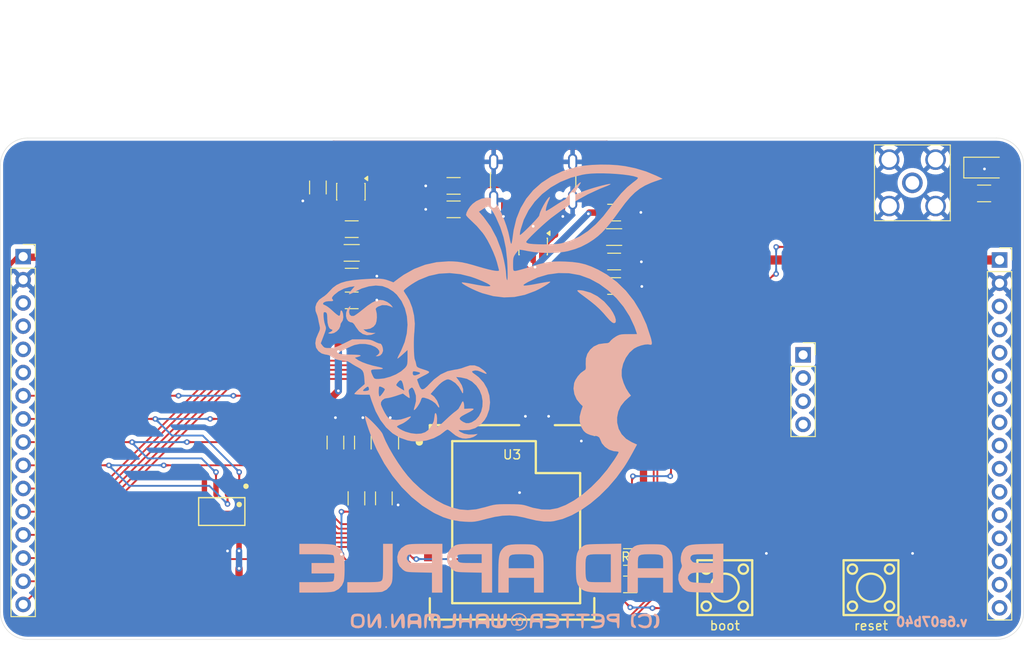
<source format=kicad_pcb>
(kicad_pcb (version 20241229) (generator "pcbnew") (generator_version "9.0")
  (layers (0 "F.Cu" signal) (2 "B.Cu" signal) (13 "F.Paste" user) (15 "B.Paste" user) (5 "F.SilkS" user "F.Silkscreen") (7 "B.SilkS" user "B.Silkscreen") (1 "F.Mask" user) (3 "B.Mask" user) (25 "Edge.Cuts" user))
  (net 0 "")
  (net 1 "GND")
  (net 2 "+3.3V")
  (net 3 "+5V")
  (net 6 "Net-(LED1-A)")
  (net 9 "Net-(U2-BST)")
  (net 10 "Net-(U2-SW)")
  (net 15 "Net-(U3-EN)")
  (net 16 "/SPI_MOSI")
  (net 17 "/SPI_SCK")
  (net 18 "/USB_D+")
  (net 19 "Net-(J4-D+-PadA6)")
  (net 20 "/SPI_MISO")
  (net 21 "/TEMP_CS")
  (net 33 "/LCD_DC")
  (net 34 "/TP_IRQ")
  (net 35 "/TP_CS")
  (net 36 "/LCD_RST")
  (net 37 "/LCD_BL")
  (net 38 "/JOYSTICK")
  (net 44 "Net-(U3-IO27)")
  (net 45 "Net-(U3-IO28)")
  (net 46 "/LCD_CS")
  (net 62 "Net-(J4-CC2)")
  (net 63 "Net-(J4-D--PadA7)")
  (net 64 "Net-(J4-CC1)")
  (net 65 "Net-(C1-Pad1)")
  (net 66 "/USB_D-")
  (footprint "Connector_USB:USB_C_Receptacle_GCT_USB4105-xx-A_16P_TopMnt_Horizontal" (layer "F.Cu") (at 141.88545 195.7 180)
    (property "Reference" "J4" (hide yes))
    (property "Value" "USB_C_Receptacle_USB2.0_16P" (hide yes))
  )
  (footprint "easyeda2kicad:COMM-SMD_32P-L21.2-W18.0_ESP32-C5-WROOM-1U" (layer "F.Cu") (at 139.58 232.76)
    (property "Reference" "U3")
    (property "Value" "ESP32-C5-WROOM-1U-N8-R4" (hide yes))
  )
  (footprint "Inductor_SMD:L_1206_3216Metric" (layer "F.Cu") (at 122.03 204.5925 180)
    (property "Reference" "L2" (hide yes))
    (property "Value" "4.7uH" (hide yes))
  )
  (footprint "Capacitor_SMD:C_1206_3216Metric" (layer "F.Cu") (at 150.75 200.18)
    (property "Reference" "C1" (hide yes))
    (property "Value" "10nF" (hide yes))
  )
  (footprint "Resistor_SMD:R_1206_3216Metric_Pad1.30x1.75mm_HandSolder" (layer "F.Cu") (at 133.18 199.82455 180)
    (property "Reference" "R2" (hide yes))
    (property "Value" "5.1k" (hide yes))
  )
  (footprint "Resistor_SMD:R_1206_3216Metric" (layer "F.Cu") (at 122.549 231.475 90)
    (property "Reference" "R7" (hide yes))
    (property "Value" "10k" (hide yes))
  )
  (footprint "Capacitor_SMD:C_1206_3216Metric" (layer "F.Cu") (at 118.33 197.43 90)
    (property "Reference" "C4" (hide yes))
    (property "Value" "10uF" (hide yes))
  )
  (footprint "Resistor_SMD:R_1206_3216Metric" (layer "F.Cu") (at 191.24 198.08 180)
    (property "Reference" "R4")
    (property "Value" "2.2k" (hide yes))
  )
  (footprint "Capacitor_SMD:C_1206_3216Metric" (layer "F.Cu") (at 125.549 231.475 -90)
    (property "Reference" "C12" (hide yes))
    (property "Value" "1uF" (hide yes))
  )
  (footprint "Inductor_SMD:L_1206_3216Metric" (layer "F.Cu") (at 150.75 202.86)
    (property "Reference" "L1" (hide yes))
    (property "Value" "CBW321609U601T" (hide yes))
  )
  (footprint "Capacitor_SMD:C_1206_3216Metric" (layer "F.Cu") (at 120.25 225.365 -90)
    (property "Reference" "C13" (hide yes))
    (property "Value" "10uF" (hide yes))
  )
  (footprint "easyeda2kicad:SW-SMD_4P-L6.0-W6.0-P4.50-LS9.0-2" (layer "F.Cu") (at 178.86 241.257)
    (property "Reference" "SW2" (hide yes))
    (property "Value" "reset")
  )
  (footprint "Connector_PinSocket_2.54mm:PinSocket_1x04_P2.54mm_Vertical" (layer "F.Cu") (at 171.43 215.7612)
    (property "Reference" "J3" (hide yes))
    (property "Value" "Conn_01x04_Socket" (hide yes))
  )
  (footprint "Capacitor_SMD:C_1206_3216Metric" (layer "F.Cu") (at 126.25 225.365 -90)
    (property "Reference" "C8" (hide yes))
    (property "Value" "100nF" (hide yes))
  )
  (footprint "Capacitor_SMD:C_1206_3216Metric" (layer "F.Cu") (at 122.03 207.1925 180)
    (property "Reference" "C6" (hide yes))
    (property "Value" "22uF" (hide yes))
  )
  (footprint "Capacitor_SMD:C_1206_3216Metric" (layer "F.Cu") (at 150.75 208.22)
    (property "Reference" "C3" (hide yes))
    (property "Value" "4.7uF" (hide yes))
  )
  (footprint "easyeda2kicad:SOIC-8_L4.9-W3.9-P1.27-LS6.0-BL" (layer "F.Cu") (at 107.81 232.92 180)
    (property "Reference" "U1" (hide yes))
    (property "Value" "ADT7310TRZ" (hide yes))
  )
  (footprint "Connector_PinSocket_2.54mm:PinSocket_1x16_P2.54mm_Vertical" (layer "F.Cu") (at 192.93 205.3712)
    (property "Reference" "J2" (hide yes))
    (property "Value" "Conn_01x16_Socket" (hide yes))
  )
  (footprint "Package_TO_SOT_SMD:SOT-23-6" (layer "F.Cu") (at 141.88795 203.89455 -90)
    (property "Reference" "TVS1" (hide yes))
    (property "Value" "TVS" (hide yes))
  )
  (footprint "Capacitor_SMD:C_1206_3216Metric" (layer "F.Cu") (at 123.25 225.365 -90)
    (property "Reference" "C9" (hide yes))
    (property "Value" "1uF" (hide yes))
  )
  (footprint "Connector_Coaxial:SMA_Amphenol_132203-12_Horizontal" (layer "F.Cu") (at 183.39 196.9212)
    (property "Reference" "J5" (hide yes))
    (property "Value" "KH-IPEXA-SMAKWE-B080H" (hide yes))
  )
  (footprint "Package_TO_SOT_SMD:TSOT-23-6" (layer "F.Cu") (at 121.94 197.8925 -90)
    (property "Reference" "U2" (hide yes))
    (property "Value" "AP63203WU" (hide yes))
  )
  (footprint "Capacitor_SMD:C_1206_3216Metric" (layer "F.Cu") (at 150.75 205.54)
    (property "Reference" "C2" (hide yes))
    (property "Value" "100nF" (hide yes))
  )
  (footprint "LED_SMD:LED_1206_3216Metric" (layer "F.Cu") (at 191.3 195.25)
    (property "Reference" "LED1" (hide yes))
    (property "Value" "ST" (hide yes))
  )
  (footprint "Connector_PinSocket_2.54mm:PinSocket_1x16_P2.54mm_Vertical" (layer "F.Cu") (at 86.0762 204.9976)
    (property "Reference" "J1" (hide yes))
    (property "Value" "Conn_01x16_Socket" (hide yes))
  )
  (footprint "Capacitor_SMD:C_1206_3216Metric" (layer "F.Cu") (at 122.03 201.9925)
    (property "Reference" "C5" (hide yes))
    (property "Value" "100nF" (hide yes))
  )
  (footprint "Resistor_SMD:R_1206_3216Metric" (layer "F.Cu") (at 152.5 237.9)
    (property "Reference" "R3")
    (property "Value" "10k" (hide yes))
  )
  (footprint "Capacitor_SMD:C_1206_3216Metric" (layer "F.Cu") (at 122.03 209.7925 180)
    (property "Reference" "C7" (hide yes))
    (property "Value" "22uF" (hide yes))
  )
  (footprint "Resistor_SMD:R_1206_3216Metric" (layer "F.Cu") (at 152.5 240.9)
    (property "Reference" "R5" (hide yes))
    (property "Value" "10k" (hide yes))
  )
  (footprint "easyeda2kicad:SW-SMD_4P-L6.0-W6.0-P4.50-LS9.0-2" (layer "F.Cu") (at 162.86 241.257)
    (property "Reference" "SW1" (hide yes))
    (property "Value" "boot")
  )
  (footprint "Resistor_SMD:R_1206_3216Metric_Pad1.30x1.75mm_HandSolder" (layer "F.Cu") (at 133.18 197.25455 180)
    (property "Reference" "R1" (hide yes))
    (property "Value" "5.1k" (hide yes))
  )
  (footprint "PWA:BadApple_52x52" (layer "B.Cu") (at 140.216165 220.556045 180)
    (property "Reference" "G***" (hide yes))
    (property "Value" "LOGO" (hide yes))
  )
  (gr_arc (start 86.57996 246.92989) (mid 84.45866 246.051202) (end 83.57996 243.92989) (stroke (width 0.05)) (layer "Edge.Cuts"))
  (gr_arc (start 192.579982 192.009839) (mid 194.701302 192.888519) (end 195.579982 195.009839) (stroke (width 0.05)) (layer "Edge.Cuts"))
  (gr_arc (start 195.579982 243.929845) (mid 194.701309 246.051173) (end 192.579982 246.929845) (stroke (width 0.05)) (layer "Edge.Cuts"))
  (gr_line (start 83.57998 243.929872) (end 83.57998 195.00987) (stroke (width 0.05)) (layer "Edge.Cuts"))
  (gr_line (start 86.58 192.00984) (end 192.58 192.00984) (stroke (width 0.05)) (layer "Edge.Cuts"))
  (gr_arc (start 83.576159 195.009867) (mid 84.454841 192.888545) (end 86.576159 192.009867) (stroke (width 0.05)) (layer "Edge.Cuts"))
  (gr_line (start 195.579981 243.929845) (end 195.579981 195.00984) (stroke (width 0.05)) (layer "Edge.Cuts"))
  (gr_line (start 86.57998 246.929845) (end 192.572255 246.929845) (stroke (width 0.05)) (layer "Edge.Cuts"))
  (gr_text "v.6e07b40" (at 189.55 245.6 0) (layer "B.SilkS") (effects (font (size 1 1) (thickness 0.25) (bold yes)) (justify left bottom mirror)))
  (segment (start 138.63545 200.6) (end 138.63545 199.94955) (width 0.5) (layer "F.Cu") (net 1))
  (segment (start 147.16 225.2) (end 148.46 225.2) (width 0.8) (layer "F.Cu") (net 1))
  (segment (start 108.44 237.24) (end 108.44 235.49) (width 0.5) (layer "F.Cu") (net 1))
  (segment (start 142.11 235.51) (end 142.11 233.81) (width 1) (layer "F.Cu") (net 1))
  (segment (start 129.51 225.22) (end 128.18 223.89) (width 0.7) (layer "F.Cu") (net 1))
  (segment (start 130.13 197.25455) (end 131.63 197.25455) (width 0.6) (layer "F.Cu") (net 1))
  (segment (start 130.13 199.82455) (end 131.63 199.82455) (width 0.6) (layer "F.Cu") (net 1))
  (segment (start 143.58 222.49) (end 143.58 223.79) (width 0.8) (layer "F.Cu") (net 1))
  (segment (start 142.11 235.51) (end 142.11 232.11) (width 1) (layer "F.Cu") (net 1))
  (segment (start 153.78 208.27) (end 152.28 208.27) (width 0.7) (layer "F.Cu") (net 1))
  (segment (start 123.505 209.7925) (end 124.7475 209.7925) (width 0.7) (layer "F.Cu") (net 1))
  (segment (start 123.25 223.89) (end 123.25 222.64) (width 0.7) (layer "F.Cu") (net 1))
  (segment (start 153.73 205.57) (end 152.23 205.57) (width 0.7) (layer "F.Cu") (net 1))
  (segment (start 124.7275 207.1925) (end 124.78 207.14) (width 0.2) (layer "F.Cu") (net 1))
  (segment (start 127.11 232.2) (end 126.358 232.952) (width 0.7) (layer "F.Cu") (net 1))
  (segment (start 140.4 230.85) (end 140.4 232.1) (width 1) (layer "F.Cu") (net 1))
  (segment (start 141.04 223.79) (end 141.04 222.49) (width 0.8) (layer "F.Cu") (net 1))
  (segment (start 138.71 235.51) (end 140.41 235.51) (width 1) (layer "F.Cu") (net 1))
  (segment (start 124.7475 209.7925) (end 124.78 209.76) (width 0.2) (layer "F.Cu") (net 1))
  (segment (start 140.41 232.11) (end 140.41 235.51) (width 1) (layer "F.Cu") (net 1))
  (segment (start 120.25 222.63) (end 120.25 223.89) (width 0.7) (layer "F.Cu") (net 1))
  (segment (start 183.41 239.007) (end 183.41 237.507) (width 0.8) (layer "F.Cu") (net 1))
  (segment (start 126.25 223.89) (end 126.25 222.64) (width 0.7) (layer "F.Cu") (net 1))
  (segment (start 118.33 198.905) (end 116.685 198.905) (width 0.7) (layer "F.Cu") (net 1))
  (segment (start 167.41 239.007) (end 167.41 237.507) (width 0.8) (layer "F.Cu") (net 1))
  (segment (start 138.71 233.81) (end 142.11 233.81) (width 1) (layer "F.Cu") (net 1))
  (segment (start 138.71 235.51) (end 142.11 235.51) (width 1) (layer "F.Cu") (net 1))
  (segment (start 116.685 198.905) (end 116.68 198.9) (width 0.2) (layer "F.Cu") (net 1))
  (segment (start 123.505 207.1925) (end 124.7275 207.1925) (width 0.7) (layer "F.Cu") (net 1))
  (segment (start 153.65455 200.18) (end 152.225 200.18) (width 0.7) (layer "F.Cu") (net 1))
  (segment (start 130.32 225.22) (end 129.51 225.22) (width 0.7) (layer "F.Cu") (net 1))
  (segment (start 142.11 232.11) (end 138.71 232.11) (width 1) (layer "F.Cu") (net 1))
  (segment (start 153.67455 200.16) (end 153.65455 200.18) (width 0.7) (layer "F.Cu") (net 1))
  (segment (start 118.343 198.892) (end 120.852 198.892) (width 0.8) (layer "F.Cu") (net 1))
  (segment (start 140.41 233.81) (end 140.41 235.51) (width 1) (layer "F.Cu") (net 1))
  (segment (start 141.88795 201.67455) (end 141.88795 202.74455) (width 0.6) (layer "F.Cu") (net 1))
  (segment (start 128.18 223.89) (end 126.25 223.89) (width 0.7) (layer "F.Cu") (net 1))
  (segment (start 145.13545 200.6) (end 145.13545 199.94955) (width 0.5) (layer "F.Cu") (net 1))
  (segment (start 191.28 195.4) (end 192.54 195.4) (width 0.2) (layer "F.Cu") (net 1))
  (segment (start 138.71 232.11) (end 138.71 235.51) (width 1) (layer "F.Cu") (net 1))
  (segment (start 138.71 233.81) (end 140.41 233.81) (width 1) (layer "F.Cu") (net 1))
  (via (at 130.13 197.25455) (size 0.6) (drill 0.3) (layers "F.Cu" "B.Cu") (net 1))
  (via (at 138.63545 200.6) (size 0.6) (drill 0.3) (layers "F.Cu" "B.Cu") (net 1))
  (via (at 120.25 222.64) (size 0.6) (drill 0.3) (layers "F.Cu" "B.Cu") (net 1))
  (via (at 124.78 207.14) (size 0.6) (drill 0.3) (layers "F.Cu" "B.Cu") (net 1))
  (via (at 147.16 225.2) (size 0.6) (drill 0.3) (layers "F.Cu" "B.Cu") (net 1))
  (via (at 153.73 205.57) (size 0.6) (drill 0.3) (layers "F.Cu" "B.Cu") (net 1))
  (via (at 124.78 209.76) (size 0.6) (drill 0.3) (layers "F.Cu" "B.Cu") (net 1))
  (via (at 116.68 198.9) (size 0.6) (drill 0.3) (layers "F.Cu" "B.Cu") (net 1))
  (via (at 126.25 222.64) (size 0.6) (drill 0.3) (layers "F.Cu" "B.Cu") (net 1))
  (via (at 130.13 199.82455) (size 0.6) (drill 0.3) (layers "F.Cu" "B.Cu") (net 1))
  (via (at 145.13545 200.6) (size 0.6) (drill 0.3) (layers "F.Cu" "B.Cu") (net 1))
  (via (at 143.58 222.49) (size 0.6) (drill 0.3) (layers "F.Cu" "B.Cu") (net 1))
  (via (at 167.41 237.507) (size 0.6) (drill 0.3) (layers "F.Cu" "B.Cu") (net 1))
  (via (at 140.4 230.85) (size 0.6) (drill 0.3) (layers "F.Cu" "B.Cu") (net 1))
  (via (at 123.25 222.64) (size 0.6) (drill 0.3) (layers "F.Cu" "B.Cu") (net 1))
  (via (at 141.04 222.49) (size 0.6) (drill 0.3) (layers "F.Cu" "B.Cu") (net 1))
  (via (at 127.11 232.2) (size 0.6) (drill 0.3) (layers "F.Cu" "B.Cu") (net 1))
  (via (at 153.78 208.27) (size 0.6) (drill 0.3) (layers "F.Cu" "B.Cu") (net 1))
  (via (at 108.44 237.24) (size 0.6) (drill 0.3) (layers "F.Cu" "B.Cu") (net 1))
  (via (at 153.67455 200.16) (size 0.6) (drill 0.3) (layers "F.Cu" "B.Cu") (net 1))
  (via (at 191.28 195.4) (size 0.6) (drill 0.3) (layers "F.Cu" "B.Cu") (net 1))
  (via (at 183.41 237.507) (size 0.6) (drill 0.3) (layers "F.Cu" "B.Cu") (net 1))
  (via (at 141.88795 201.67455) (size 0.6) (drill 0.3) (layers "F.Cu" "B.Cu") (net 1))
  (segment (start 118.15 222.3) (end 118.15 222.12) (width 0.2) (layer "F.Cu") (net 2))
  (segment (start 123.505 196.755) (end 124.68 197.93) (width 0.6) (layer "F.Cu") (net 2))
  (segment (start 124.68 203.5175) (end 123.605 204.5925) (width 0.7) (layer "F.Cu") (net 2))
  (segment (start 118.4825 212.06) (end 118.3525 211.93) (width 0.8) (layer "F.Cu") (net 2))
  (segment (start 120.555 215.385) (end 120.555 209.31) (width 0.8) (layer "F.Cu") (net 2))
  (segment (start 126.25 226.84) (end 123.25 226.84) (width 0.7) (layer "F.Cu") (net 2))
  (segment (start 123.25 226.84) (end 120.25 226.84) (width 0.7) (layer "F.Cu") (net 2))
  (segment (start 123.605 204.5925) (end 123.155 204.5925) (width 0.7) (layer "F.Cu") (net 2))
  (segment (start 105.87 246.1) (end 87.23 246.1) (width 0.8) (layer "F.Cu") (net 2))
  (segment (start 109.7 237.22) (end 109.7 235.51) (width 0.6) (layer "F.Cu") (net 2))
  (segment (start 120.57 215.4) (end 120.555 215.385) (width 0.8) (layer "F.Cu") (net 2))
  (segment (start 84.32 244.52) (end 85.9 246.1) (width 0.5) (layer "F.Cu") (net 2))
  (segment (start 118.15 228.3125) (end 119.85 230.0125) (width 0.8) (layer "F.Cu") (net 2))
  (segment (start 153.9625 220.8625) (end 145.16 212.06) (width 0.8) (layer "F.Cu") (net 2))
  (segment (start 118.15 222.12) (end 120.57 219.7) (width 0.8) (layer "F.Cu") (net 2))
  (segment (start 118.3525 211.93) (end 111.49 205.0675) (width 0.8) (layer "F.Cu") (net 2))
  (segment (start 122.89 196.755) (end 123.505 196.755) (width 0.6) (layer "F.Cu") (net 2))
  (segment (start 153.9625 237.9) (end 153.9625 220.8625) (width 0.8) (layer "F.Cu") (net 2))
  (segment (start 111.49 205.0675) (end 86.1461 205.0675) (width 0.8) (layer "F.Cu") (net 2))
  (segment (start 85.9 246.1) (end 87.23 246.1) (width 0.6) (layer "F.Cu") (net 2))
  (segment (start 120.555 207.1925) (end 120.555 209.7925) (width 0.7) (layer "F.Cu") (net 2))
  (segment (start 120.25 226.84) (end 118.27 226.84) (width 0.7) (layer "F.Cu") (net 2))
  (segment (start 109.7 242.27) (end 109.7 239.15) (width 0.8) (layer "F.Cu") (net 2))
  (segment (start 128.56 226.49) (end 128.4 226.65) (width 0.7) (layer "F.Cu") (net 2))
  (segment (start 109.7 242.27) (end 105.87 246.1) (width 0.8) (layer "F.Cu") (net 2))
  (segment (start 153.9625 237.9) (end 153.9625 240.9) (width 0.8) (layer "F.Cu") (net 2))
  (segment (start 118.15 226.72) (end 118.15 228.3125) (width 0.8) (layer "F.Cu") (net 2))
  (segment (start 124.68 197.93) (end 124.68 203.5175) (width 0.7) (layer "F.Cu") (net 2))
  (segment (start 123.155 204.5925) (end 120.555 207.1925) (width 0.7) (layer "F.Cu") (net 2))
  (segment (start 130.7 226.49) (end 128.56 226.49) (width 0.7) (layer "F.Cu") (net 2))
  (segment (start 128.4 226.65) (end 128.4 226.73) (width 0.7) (layer "F.Cu") (net 2))
  (segment (start 145.16 212.06) (end 118.4825 212.06) (width 0.8) (layer "F.Cu") (net 2))
  (segment (start 84.32 206.18) (end 84.32 244.52) (width 0.5) (layer "F.Cu") (net 2))
  (segment (start 118.15 222.3) (end 118.15 226.72) (width 0.8) (layer "F.Cu") (net 2))
  (segment (start 118.15 222.07) (end 118.15 222.3) (width 0.2) (layer "F.Cu") (net 2))
  (segment (start 118.27 226.84) (end 118.15 226.72) (width 0.8) (layer "F.Cu") (net 2))
  (segment (start 119.85 230.0125) (end 122.549 230.0125) (width 0.8) (layer "F.Cu") (net 2))
  (segment (start 128.29 226.84) (end 126.25 226.84) (width 0.7) (layer "F.Cu") (net 2))
  (segment (start 128.4 226.73) (end 128.29 226.84) (width 0.7) (layer "F.Cu") (net 2))
  (segment (start 85.5024 204.9976) (end 84.32 206.18) (width 0.5) (layer "F.Cu") (net 2))
  (via (at 109.7 237.22) (size 0.6) (drill 0.3) (layers "F.Cu" "B.Cu") (net 2))
  (via (at 120.57 215.4) (size 0.6) (drill 0.3) (layers "F.Cu" "B.Cu") (net 2))
  (via (at 120.57 219.7) (size 0.6) (drill 0.3) (layers "F.Cu" "B.Cu") (net 2))
  (via (at 109.7 239.15) (size 0.6) (drill 0.3) (layers "F.Cu" "B.Cu") (net 2))
  (segment (start 120.57 215.4) (end 120.57 219.7) (width 0.8) (layer "B.Cu") (net 2))
  (segment (start 109.7 239.15) (end 109.7 237.22) (width 0.7) (layer "B.Cu") (net 2))
  (segment (start 149.76955 205.47) (end 149.275 205.47) (width 0.2) (layer "F.Cu") (net 3))
  (segment (start 152.325 202.86) (end 149.645 205.54) (width 0.7) (layer "F.Cu") (net 3))
  (segment (start 118.33 195.955) (end 118.33 194.54) (width 1) (layer "F.Cu") (net 3))
  (segment (start 154.56 210) (end 151.055 210) (width 1) (layer "F.Cu") (net 3))
  (segment (start 155.27 198.14) (end 155.27 209.29) (width 1) (layer "F.Cu") (net 3))
  (segment (start 151.055 210) (end 149.275 208.22) (width 0.7) (layer "F.Cu") (net 3))
  (segment (start 119.13 196.755) (end 118.33 195.955) (width 0.8) (layer "F.Cu") (net 3))
  (segment (start 120.05916 192.81084) (end 149.94084 192.81084) (width 1) (layer "F.Cu") (net 3))
  (segment (start 149.645 205.54) (end 149.275 205.54) (width 0.2) (layer "F.Cu") (net 3))
  (segment (start 149.94084 192.81084) (end 155.27 198.14) (width 1) (layer "F.Cu") (net 3))
  (segment (start 155.27 209.29) (end 154.56 210) (width 1) (layer "F.Cu") (net 3))
  (segment (start 121.94 196.755) (end 120.99 196.755) (width 0.8) (layer "F.Cu") (net 3))
  (segment (start 120.99 196.755) (end 119.13 196.755) (width 0.8) (layer "F.Cu") (net 3))
  (segment (start 118.33 194.54) (end 120.05916 192.81084) (width 1) (layer "F.Cu") (net 3))
  (segment (start 155.391 205.371) (end 192.93 205.371) (width 1) (layer "F.Cu") (net 3))
  (segment (start 189.7775 198.08) (end 189.7775 195.3725) (width 0.2) (layer "F.Cu") (net 6))
  (segment (start 122.89 201.3775) (end 123.505 201.9925) (width 0.7) (layer "F.Cu") (net 9))
  (segment (start 122.89 199.03) (end 122.89 201.3775) (width 0.7) (layer "F.Cu") (net 9))
  (segment (start 120.555 204.4925) (end 120.455 204.5925) (width 0.7) (layer "F.Cu") (net 10))
  (segment (start 121.94 200.6075) (end 120.555 201.9925) (width 0.7) (layer "F.Cu") (net 10))
  (segment (start 120.555 204.05) (end 120.505 204.1) (width 0.2) (layer "F.Cu") (net 10))
  (segment (start 120.555 201.9925) (end 120.555 204.4925) (width 0.7) (layer "F.Cu") (net 10))
  (segment (start 121.94 199.03) (end 121.94 200.6075) (width 0.7) (layer "F.Cu") (net 10))
  (segment (start 173.280346 246.269654) (end 174.31 245.24) (width 0.2) (layer "F.Cu") (net 15))
  (segment (start 127.33 230) (end 125.549 230) (width 0.2) (layer "F.Cu") (net 15))
  (segment (start 124.56 230) (end 125.4865 230) (width 0.2) (layer "F.Cu") (net 15))
  (segment (start 174.31 245.24) (end 174.31 243.507) (width 0.2) (layer "F.Cu") (net 15))
  (segment (start 120.91 237.71) (end 129.469654 246.269654) (width 0.2) (layer "F.Cu") (net 15))
  (segment (start 122.549 232.9375) (end 122.549 232.011) (width 0.2) (layer "F.Cu") (net 15))
  (segment (start 129.57 227.76) (end 127.33 230) (width 0.2) (layer "F.Cu") (net 15))
  (segment (start 122.549 232.9375) (end 120.9 232.9375) (width 0.2) (layer "F.Cu") (net 15))
  (segment (start 130.7 227.76) (end 129.57 227.76) (width 0.2) (layer "F.Cu") (net 15))
  (segment (start 120.91 237.6) (end 120.91 237.71) (width 0.2) (layer "F.Cu") (net 15))
  (segment (start 122.549 232.011) (end 124.56 230) (width 0.2) (layer "F.Cu") (net 15))
  (segment (start 129.469654 246.269654) (end 173.280346 246.269654) (width 0.2) (layer "F.Cu") (net 15))
  (via (at 120.9 232.9375) (size 0.6) (drill 0.3) (layers "F.Cu" "B.Cu") (net 15))
  (via (at 120.91 237.6) (size 0.6) (drill 0.3) (layers "F.Cu" "B.Cu") (net 15))
  (segment (start 120.91 237.7) (end 120.91 233.01) (width 0.2) (layer "B.Cu") (net 15))
  (segment (start 120.91 233.01) (end 120.9 233) (width 0.2) (layer "B.Cu") (net 15))
  (segment (start 107.18 228.6) (end 107.18 228.48) (width 0.2) (layer "F.Cu") (net 16))
  (segment (start 97.9962 225.3176) (end 86.0762 225.3176) (width 0.2) (layer "F.Cu") (net 16))
  (segment (start 103.9962 225.3176) (end 110.409079 225.3176) (width 0.2) (layer "F.Cu") (net 16))
  (segment (start 129.75 232.84) (end 130.7 232.84) (width 0.2) (layer "F.Cu") (net 16))
  (segment (start 127.289 235.301) (end 129.75 232.84) (width 0.2) (layer "F.Cu") (net 16))
  (segment (start 107.18 230.35) (end 107.18 228.6) (width 0.2) (layer "F.Cu") (net 16))
  (segment (start 120.392479 235.301) (end 127.289 235.301) (width 0.2) (layer "F.Cu") (net 16))
  (segment (start 104.0176 225.3176) (end 103.9962 225.3176) (width 0.2) (layer "F.Cu") (net 16))
  (segment (start 110.409079 225.3176) (end 120.392479 235.301) (width 0.2) (layer "F.Cu") (net 16))
  (via (at 107.18 228.6) (size 0.6) (drill 0.3) (layers "F.Cu" "B.Cu") (net 16))
  (via (at 103.9962 225.3176) (size 0.6) (drill 0.3) (layers "F.Cu" "B.Cu") (net 16))
  (via (at 97.9962 225.3176) (size 0.6) (drill 0.3) (layers "F.Cu" "B.Cu") (net 16))
  (segment (start 107.1 228.6) (end 105.6 227.1) (width 0.2) (layer "B.Cu") (net 16))
  (segment (start 103.9962 225.3176) (end 97.9962 225.3176) (width 0.2) (layer "B.Cu") (net 16))
  (segment (start 107.18 228.6) (end 107.18 228.5014) (width 0.2) (layer "B.Cu") (net 16))
  (segment (start 99.7 227.1) (end 97.9962 225.3962) (width 0.2) (layer "B.Cu") (net 16))
  (segment (start 107.18 228.6) (end 107.1 228.6) (width 0.2) (layer "B.Cu") (net 16))
  (segment (start 97.9962 225.3962) (end 97.9962 225.3176) (width 0.2) (layer "B.Cu") (net 16))
  (segment (start 105.6 227.1) (end 99.7 227.1) (width 0.2) (layer "B.Cu") (net 16))
  (segment (start 100.5362 222.7776) (end 86.0762 222.7776) (width 0.2) (layer "F.Cu") (net 17))
  (segment (start 130.13 231.57) (end 130.7 231.57) (width 0.2) (layer "F.Cu") (net 17))
  (segment (start 111.3776 222.7776) (end 116.1 227.5) (width 0.2) (layer "F.Cu") (net 17))
  (segment (start 116.1 227.5) (end 116.1 230.300234) (width 0.2) (layer "F.Cu") (net 17))
  (segment (start 106.6776 222.7776) (end 111.3776 222.7776) (width 0.2) (layer "F.Cu") (net 17))
  (segment (start 120.599766 234.8) (end 126.9 234.8) (width 0.2) (layer "F.Cu") (net 17))
  (segment (start 126.9 234.8) (end 130.13 231.57) (width 0.2) (layer "F.Cu") (net 17))
  (segment (start 116.1 230.300234) (end 120.599766 234.8) (width 0.2) (layer "F.Cu") (net 17))
  (segment (start 109.72 230.35) (end 109.72 228.6) (width 0.2) (layer "F.Cu") (net 17))
  (via (at 106.5362 222.7776) (size 0.6) (drill 0.3) (layers "F.Cu" "B.Cu") (net 17))
  (via (at 100.5362 222.7776) (size 0.6) (drill 0.3) (layers "F.Cu" "B.Cu") (net 17))
  (via (at 109.72 228.6) (size 0.6) (drill 0.3) (layers "F.Cu" "B.Cu") (net 17))
  (segment (start 105.72 224.6) (end 109.72 228.6) (width 0.2) (layer "B.Cu") (net 17))
  (segment (start 106.5362 222.7776) (end 100.5362 222.7776) (width 0.2) (layer "B.Cu") (net 17))
  (segment (start 100.5362 222.7776) (end 102.3586 224.6) (width 0.2) (layer "B.Cu") (net 17))
  (segment (start 102.3586 224.6) (end 105.72 224.6) (width 0.2) (layer "B.Cu") (net 17))
  (segment (start 140.9 205.353756) (end 140.93795 205.315806) (width 0.2) (layer "F.Cu") (net 18))
  (segment (start 131.06 240.46) (end 135.34 244.74) (width 0.2) (layer "F.Cu") (net 18))
  (segment (start 155.08 241.787156) (end 155.08 219.1866) (width 0.2) (layer "F.Cu") (net 18))
  (segment (start 155.08 219.1866) (end 142.6334 206.74) (width 0.2) (layer "F.Cu") (net 18))
  (segment (start 130.7 240.46) (end 131.06 240.46) (width 0.2) (layer "F.Cu") (net 18))
  (segment (start 141.84 206.74) (end 140.9 205.8) (width 0.2) (layer "F.Cu") (net 18))
  (segment (start 142.6334 206.74) (end 141.84 206.74) (width 0.2) (layer "F.Cu") (net 18))
  (segment (start 140.93795 205.315806) (end 140.93795 205.03205) (width 0.2) (layer "F.Cu") (net 18))
  (segment (start 135.34 244.74) (end 152.127156 244.74) (width 0.2) (layer "F.Cu") (net 18))
  (segment (start 140.9 205.8) (end 140.9 205.353756) (width 0.2) (layer "F.Cu") (net 18))
  (segment (start 152.127156 244.74) (end 155.08 241.787156) (width 0.2) (layer "F.Cu") (net 18))
  (segment (start 141.386451 200.206) (end 141.13545 199.954999) (width 0.2) (layer "F.Cu") (net 19))
  (segment (start 141.13545 199.58455) (end 141.13545 202.55955) (width 0.2) (layer "F.Cu") (net 19))
  (segment (start 142.13545 199.38) (end 142.13545 199.918112) (width 0.2) (layer "F.Cu") (net 19))
  (segment (start 141.13545 202.55955) (end 140.93795 202.75705) (width 0.2) (layer "F.Cu") (net 19))
  (segment (start 142.13545 199.918112) (end 141.847562 200.206) (width 0.2) (layer "F.Cu") (net 19))
  (segment (start 141.13545 200.122662) (end 141.13545 199.58455) (width 0.2) (layer "F.Cu") (net 19))
  (segment (start 141.13545 199.954999) (end 141.13545 199.38) (width 0.2) (layer "F.Cu") (net 19))
  (segment (start 141.847562 200.206) (end 141.386451 200.206) (width 0.2) (layer "F.Cu") (net 19))
  (segment (start 112.240559 227.8576) (end 120.184959 235.802) (width 0.2) (layer "F.Cu") (net 20))
  (segment (start 130.7 236.65) (end 128.05852 236.65) (width 0.2) (layer "F.Cu") (net 20))
  (segment (start 108.44 230.35) (end 108.44 232.1) (width 0.2) (layer "F.Cu") (net 20))
  (segment (start 127.21052 235.802) (end 120.184959 235.802) (width 0.2) (layer "F.Cu") (net 20))
  (segment (start 101.4562 227.8576) (end 112.240559 227.8576) (width 0.2) (layer "F.Cu") (net 20))
  (segment (start 95.4562 227.8576) (end 86.0762 227.8576) (width 0.2) (layer "F.Cu") (net 20))
  (segment (start 128.05852 236.65) (end 127.21052 235.802) (width 0.2) (layer "F.Cu") (net 20))
  (via (at 101.4562 227.8576) (size 0.6) (drill 0.3) (layers "F.Cu" "B.Cu") (net 20))
  (via (at 108.44 232.1) (size 0.6) (drill 0.3) (layers "F.Cu" "B.Cu") (net 20))
  (via (at 95.4562 227.8576) (size 0.6) (drill 0.3) (layers "F.Cu" "B.Cu") (net 20))
  (segment (start 106.4476 230.1076) (end 108.44 232.1) (width 0.2) (layer "B.Cu") (net 20))
  (segment (start 95.4562 227.8638) (end 97.7 230.1076) (width 0.2) (layer "B.Cu") (net 20))
  (segment (start 97.7 230.1076) (end 106.4476 230.1076) (width 0.2) (layer "B.Cu") (net 20))
  (segment (start 101.5576 227.8576) (end 95.4562 227.8576) (width 0.2) (layer "B.Cu") (net 20))
  (segment (start 95.4562 227.8576) (end 95.4562 227.8638) (width 0.2) (layer "B.Cu") (net 20))
  (segment (start 119.977438 236.303) (end 116.608705 232.934266) (width 0.2) (layer "F.Cu") (net 21))
  (segment (start 142.84 238.13) (end 146.88 234.09) (width 0.2) (layer "F.Cu") (net 21))
  (segment (start 146.88 234.09) (end 148.46 234.09) (width 0.2) (layer "F.Cu") (net 21))
  (segment (start 105.91 231.31) (end 105.91 230.985) (width 0.2) (layer "F.Cu") (net 21))
  (segment (start 132.85 238.13) (end 142.84 238.13) (width 0.2) (layer "F.Cu") (net 21))
  (segment (start 129.1 238.13) (end 128.83 238.13) (width 0.2) (layer "F.Cu") (net 21))
  (segment (start 107.534266 232.934266) (end 105.91 231.31) (width 0.2) (layer "F.Cu") (net 21))
  (segment (start 116.608705 232.934266) (end 107.534266 232.934266) (width 0.2) (layer "F.Cu") (net 21))
  (segment (start 128.83 238.13) (end 127.003 236.303) (width 0.2) (layer "F.Cu") (net 21))
  (segment (start 127.003 236.303) (end 119.977438 236.303) (width 0.2) (layer "F.Cu") (net 21))
  (via (at 132.85 238.13) (size 0.6) (drill 0.3) (layers "F.Cu" "B.Cu") (net 21))
  (via (at 129.1 238.13) (size 0.6) (drill 0.3) (layers "F.Cu" "B.Cu") (net 21))
  (segment (start 132.85 238.13) (end 129.1 238.13) (width 0.2) (layer "B.Cu") (net 21))
  (segment (start 126.704 236.804) (end 119.896 236.804) (width 0.2) (layer "F.Cu") (net 33))
  (segment (start 91.0438 238.13) (end 86.0762 243.0976) (width 0.2) (layer "F.Cu") (net 33))
  (segment (start 129.09 239.19) (end 126.704 236.804) (width 0.2) (layer "F.Cu") (net 33))
  (segment (start 130.7 239.19) (end 129.09 239.19) (width 0.2) (layer "F.Cu") (net 33))
  (segment (start 118.57 238.13) (end 91.0438 238.13) (width 0.2) (layer "F.Cu") (net 33))
  (segment (start 119.896 236.804) (end 118.57 238.13) (width 0.2) (layer "F.Cu") (net 33))
  (segment (start 94.4024 230.3976) (end 86.0762 230.3976) (width 0.2) (layer "F.Cu") (net 34))
  (segment (start 147.40752 216.399) (end 108.401 216.399) (width 0.2) (layer "F.Cu") (net 34))
  (segment (start 151.7 229.1) (end 151.7 220.69148) (width 0.2) (layer "F.Cu") (net 34))
  (segment (start 108.401 216.399) (end 94.4024 230.3976) (width 0.2) (layer "F.Cu") (net 34))
  (segment (start 149.25 231.55) (end 151.7 229.1) (width 0.2) (layer "F.Cu") (net 34))
  (segment (start 151.7 220.69148) (end 147.40752 216.399) (width 0.2) (layer "F.Cu") (net 34))
  (segment (start 148.846 231.55) (end 149.25 231.55) (width 0.2) (layer "F.Cu") (net 34))
  (segment (start 149.27 230.28) (end 148.76 230.28) (width 0.2) (layer "F.Cu") (net 35))
  (segment (start 86.0762 232.9376) (end 92.6624 232.9376) (width 0.2) (layer "F.Cu") (net 35))
  (segment (start 151.2 228.35) (end 149.27 230.28) (width 0.2) (layer "F.Cu") (net 35))
  (segment (start 92.6624 232.9376) (end 108.7 216.9) (width 0.2) (layer "F.Cu") (net 35))
  (segment (start 108.7 216.9) (end 147.2 216.9) (width 0.2) (layer "F.Cu") (net 35))
  (segment (start 147.2 216.9) (end 151.2 220.9) (width 0.2) (layer "F.Cu") (net 35))
  (segment (start 151.2 220.9) (end 151.2 228.35) (width 0.2) (layer "F.Cu") (net 35))
  (segment (start 150.7 227.5) (end 150.7 221.172918) (width 0.2) (layer "F.Cu") (net 36))
  (segment (start 90.9224 235.4776) (end 86.0762 235.4776) (width 0.2) (layer "F.Cu") (net 36))
  (segment (start 109 217.4) (end 90.9224 235.4776) (width 0.2) (layer "F.Cu") (net 36))
  (segment (start 149.19 229.01) (end 150.7 227.5) (width 0.2) (layer "F.Cu") (net 36))
  (segment (start 150.7 221.172918) (end 146.927082 217.4) (width 0.2) (layer "F.Cu") (net 36))
  (segment (start 146.927082 217.4) (end 109 217.4) (width 0.2) (layer "F.Cu") (net 36))
  (segment (start 148.846 229.01) (end 149.19 229.01) (width 0.2) (layer "F.Cu") (net 36))
  (segment (start 146.4 218.4) (end 109.55 218.4) (width 0.2) (layer "F.Cu") (net 37))
  (segment (start 149.7 225.942679) (end 149.7 221.7) (width 0.2) (layer "F.Cu") (net 37))
  (segment (start 109.55 218.4) (end 87.3924 240.5576) (width 0.2) (layer "F.Cu") (net 37))
  (segment (start 149.7 221.7) (end 146.4 218.4) (width 0.2) (layer "F.Cu") (net 37))
  (segment (start 149.172679 226.47) (end 149.7 225.942679) (width 0.2) (layer "F.Cu") (net 37))
  (segment (start 87.3924 240.5576) (end 86.0762 240.5576) (width 0.2) (layer "F.Cu") (net 37))
  (segment (start 148.846 226.47) (end 149.172679 226.47) (width 0.2) (layer "F.Cu") (net 37))
  (segment (start 130.7 230.3) (end 129.968 230.3) (width 0.2) (layer "F.Cu") (net 38))
  (segment (start 129.549 231.44248) (end 126.69248 234.299) (width 0.2) (layer "F.Cu") (net 38))
  (segment (start 103.0762 220.2376) (end 86.0762 220.2376) (width 0.2) (layer "F.Cu") (net 38))
  (segment (start 129.968 230.3) (end 129.549 230.719) (width 0.2) (layer "F.Cu") (net 38))
  (segment (start 116.6 224.2) (end 112.6376 220.2376) (width 0.2) (layer "F.Cu") (net 38))
  (segment (start 116.6 230.025) (end 116.6 224.2) (width 0.2) (layer "F.Cu") (net 38))
  (segment (start 120.874 234.299) (end 116.6 230.025) (width 0.2) (layer "F.Cu") (net 38))
  (segment (start 126.69248 234.299) (end 120.874 234.299) (width 0.2) (layer "F.Cu") (net 38))
  (segment (start 112.6376 220.2376) (end 109.0762 220.2376) (width 0.2) (layer "F.Cu") (net 38))
  (segment (start 129.549 230.719) (end 129.549 231.44248) (width 0.2) (layer "F.Cu") (net 38))
  (via (at 109.0762 220.2376) (size 0.6) (drill 0.3) (layers "F.Cu" "B.Cu") (net 38))
  (via (at 103.0762 220.2376) (size 0.6) (drill 0.3) (layers "F.Cu" "B.Cu") (net 38))
  (segment (start 109.0762 220.2376) (end 103.0762 220.2376) (width 0.2) (layer "B.Cu") (net 38))
  (segment (start 152.7 235.3) (end 151.0375 236.9625) (width 0.2) (layer "F.Cu") (net 44))
  (segment (start 168.48 203.94) (end 186.8425 203.94) (width 0.2) (layer "F.Cu") (net 44))
  (segment (start 186.8425 203.94) (end 192.7025 198.08) (width 0.2) (layer "F.Cu") (net 44))
  (segment (start 156.97 228.98) (end 156.97 218.23) (width 0.2) (layer "F.Cu") (net 44))
  (segment (start 151.0375 236.9625) (end 151.0375 237.9) (width 0.2) (layer "F.Cu") (net 44))
  (segment (start 152.8 229.05) (end 152.7 229.05) (width 0.2) (layer "F.Cu") (net 44))
  (segment (start 156.97 218.23) (end 168.31 206.89) (width 0.2) (layer "F.Cu") (net 44))
  (segment (start 151.0375 237.9) (end 148.46 237.9) (width 0.2) (layer "F.Cu") (net 44))
  (segment (start 152.7 229.05) (end 152.7 235.3) (width 0.2) (layer "F.Cu") (net 44))
  (via (at 156.9 229.05) (size 0.6) (drill 0.3) (layers "F.Cu" "B.Cu") (net 44))
  (via (at 168.48 206.9) (size 0.6) (drill 0.3) (layers "F.Cu" "B.Cu") (net 44))
  (via (at 152.8 229.05) (size 0.6) (drill 0.3) (layers "F.Cu" "B.Cu") (net 44))
  (via (at 168.48 203.94) (size 0.6) (drill 0.3) (layers "F.Cu" "B.Cu") (net 44))
  (segment (start 168.48 203.94) (end 168.48 206.9) (width 0.2) (layer "B.Cu") (net 44))
  (segment (start 152.8 229.05) (end 156.9 229.05) (width 0.2) (layer "B.Cu") (net 44))
  (segment (start 156.507 243.507) (end 158.31 243.507) (width 0.2) (layer "F.Cu") (net 45))
  (segment (start 156.5 243.5) (end 156.507 243.507) (width 0.2) (layer "F.Cu") (net 45))
  (segment (start 148.46 241.71) (end 150.2275 241.71) (width 0.2) (layer "F.Cu") (net 45))
  (segment (start 150.2275 241.71) (end 151.0375 240.9) (width 0.2) (layer "F.Cu") (net 45))
  (segment (start 152.48 243.33) (end 152.43 243.33) (width 0.2) (layer "F.Cu") (net 45))
  (segment (start 151.0375 241.9375) (end 151.0375 240.9) (width 0.2) (layer "F.Cu") (net 45))
  (segment (start 152.43 243.33) (end 151.0375 241.9375) (width 0.2) (layer "F.Cu") (net 45))
  (segment (start 152.51 243.42) (end 152.51 243.36) (width 0.2) (layer "F.Cu") (net 45))
  (segment (start 154.94 243.5) (end 156.5 243.5) (width 0.2) (layer "F.Cu") (net 45))
  (segment (start 152.51 243.36) (end 152.48 243.33) (width 0.2) (layer "F.Cu") (net 45))
  (via (at 152.51 243.42) (size 0.6) (drill 0.3) (layers "F.Cu" "B.Cu") (net 45))
  (via (at 154.94 243.5) (size 0.6) (drill 0.3) (layers "F.Cu" "B.Cu") (net 45))
  (segment (start 154.874068 243.434068) (end 154.94 243.5) (width 0.2) (layer "B.Cu") (net 45))
  (segment (start 152.51 243.42) (end 152.673728 243.42) (width 0.2) (layer "B.Cu") (net 45))
  (segment (start 152.673728 243.42) (end 152.687796 243.434068) (width 0.2) (layer "B.Cu") (net 45))
  (segment (start 152.687796 243.434068) (end 154.874068 243.434068) (width 0.2) (layer "B.Cu") (net 45))
  (segment (start 109.3 217.9) (end 89.1824 238.0176) (width 0.2) (layer "F.Cu") (net 46))
  (segment (start 148.76 227.74) (end 149.26 227.74) (width 0.2) (layer "F.Cu") (net 46))
  (segment (start 146.7 217.9) (end 109.3 217.9) (width 0.2) (layer "F.Cu") (net 46))
  (segment (start 150.2 226.8) (end 150.2 221.4) (width 0.2) (layer "F.Cu") (net 46))
  (segment (start 150.2 221.4) (end 146.7 217.9) (width 0.2) (layer "F.Cu") (net 46))
  (segment (start 149.26 227.74) (end 150.2 226.8) (width 0.2) (layer "F.Cu") (net 46))
  (segment (start 89.1824 238.0176) (end 86.0762 238.0176) (width 0.2) (layer "F.Cu") (net 46))
  (segment (start 139.1 197.4) (end 140.13545 198.43545) (width 0.2) (layer "F.Cu") (net 62))
  (segment (start 134.73 199.82455) (end 134.73 199.57) (width 0.2) (layer "F.Cu") (net 62))
  (segment (start 136.9 197.4) (end 139.1 197.4) (width 0.2) (layer "F.Cu") (net 62))
  (segment (start 134.73 199.57) (end 136.9 197.4) (width 0.2) (layer "F.Cu") (net 62))
  (segment (start 140.13545 198.43545) (end 140.13545 199.94955) (width 0.2) (layer "F.Cu") (net 62))
  (segment (start 141.923338 198.554) (end 141.63545 198.841888) (width 0.2) (layer "F.Cu") (net 63))
  (segment (start 142.384449 198.554) (end 141.923338 198.554) (width 0.2) (layer "F.Cu") (net 63))
  (segment (start 142.63545 198.805001) (end 142.384449 198.554) (width 0.2) (layer "F.Cu") (net 63))
  (segment (start 142.63545 202.55455) (end 142.83795 202.75705) (width 0.2) (layer "F.Cu") (net 63))
  (segment (start 142.63545 199.38) (end 142.63545 202.55455) (width 0.2) (layer "F.Cu") (net 63))
  (segment (start 142.63545 199.38) (end 142.63545 198.805001) (width 0.2) (layer "F.Cu") (net 63))
  (segment (start 141.63545 198.841888) (end 141.63545 199.38) (width 0.2) (layer "F.Cu") (net 63))
  (segment (start 143.13545 199.94955) (end 143.13545 198.43545) (width 0.2) (layer "F.Cu") (net 64))
  (segment (start 134.98455 197) (end 134.78555 197.199) (width 0.2) (layer "F.Cu") (net 64))
  (segment (start 143.13545 198.43545) (end 141.7 197) (width 0.2) (layer "F.Cu") (net 64))
  (segment (start 141.7 197) (end 134.98455 197) (width 0.2) (layer "F.Cu") (net 64))
  (segment (start 141.88795 205.03205) (end 141.88795 205.94795) (width 0.2) (layer "F.Cu") (net 65))
  (segment (start 149.275 202.76) (end 149.175 202.86) (width 0.7) (layer "F.Cu") (net 65))
  (segment (start 141.88795 204.55705) (end 141.2309 203.9) (width 0.4) (layer "F.Cu") (net 65))
  (segment (start 143.0845 203.9) (end 144.33545 202.64905) (width 0.4) (layer "F.Cu") (net 65))
  (segment (start 141.88795 205.94795) (end 142.09 206.15) (width 0.2) (layer "F.Cu") (net 65))
  (segment (start 140.6914 203.9) (end 139.43545 202.64405) (width 0.4) (layer "F.Cu") (net 65))
  (segment (start 144.33545 202.64905) (end 144.33545 199.94955) (width 0.6) (layer "F.Cu") (net 65))
  (segment (start 142.5805 203.9) (end 143.0845 203.9) (width 0.4) (layer "F.Cu") (net 65))
  (segment (start 148.02455 200.18) (end 149.275 200.18) (width 0.7) (layer "F.Cu") (net 65))
  (segment (start 141.88795 204.59255) (end 142.5805 203.9) (width 0.4) (layer "F.Cu") (net 65))
  (segment (start 149.275 200.18) (end 149.275 202.76) (width 0.7) (layer "F.Cu") (net 65))
  (segment (start 149.275 202.81455) (end 149.22955 202.86) (width 0.7) (layer "F.Cu") (net 65))
  (segment (start 141.88795 205.04455) (end 141.88795 204.55705) (width 0.6) (layer "F.Cu") (net 65))
  (segment (start 141.2309 203.9) (end 140.6914 203.9) (width 0.4) (layer "F.Cu") (net 65))
  (segment (start 139.43545 202.64405) (end 139.43545 199.94955) (width 0.6) (layer "F.Cu") (net 65))
  (segment (start 141.88795 205.04455) (end 141.88795 204.59255) (width 0.5) (layer "F.Cu") (net 65))
  (via (at 142.09 206.15) (size 0.6) (drill 0.3) (layers "F.Cu" "B.Cu") (net 65))
  (via (at 147.93 200.31) (size 0.6) (drill 0.3) (layers "F.Cu" "B.Cu") (net 65))
  (segment (start 142.09 206.15) (end 147.93 200.31) (width 0.7) (layer "B.Cu") (net 65))
  (segment (start 148.02455 200.41) (end 148.02455 200.18) (width 0.2) (layer "B.Cu") (net 65))
  (segment (start 142.83795 205.04455) (end 142.83795 206.378864) (width 0.2) (layer "F.Cu") (net 66))
  (segment (start 152.292844 245.14) (end 135.24 245.14) (width 0.2) (layer "F.Cu") (net 66))
  (segment (start 135.24 245.14) (end 131.83 241.73) (width 0.2) (layer "F.Cu") (net 66))
  (segment (start 155.48 219.020914) (end 155.48 241.952844) (width 0.2) (layer "F.Cu") (net 66))
  (segment (start 142.83795 206.378864) (end 155.48 219.020914) (width 0.2) (layer "F.Cu") (net 66))
  (segment (start 131.83 241.73) (end 131 241.73) (width 0.2) (layer "F.Cu") (net 66))
  (segment (start 155.48 241.952844) (end 152.292844 245.14) (width 0.2) (layer "F.Cu") (net 66))
  (zone (net 1) (net_name "GND") (layer "B.Cu") (priority 1) (connect_pads (clearance 0.5)) (min_thickness 0.25) (fill yes (thermal_gap 0.5) (thermal_bridge_width 0.5))
    (polygon (pts (xy 83.54 191.940237) (xy 195.61 192.010237) (xy 195.61 247.77) (xy 83.57 247.780237)))
  )
)
</source>
